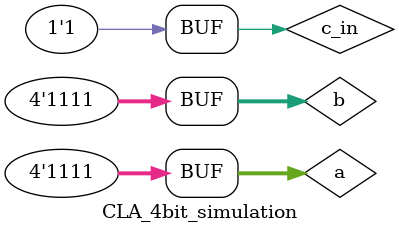
<source format=v>
`timescale 1ns / 1ps


module CLA_4bit_simulation();

reg [3:0] a, b;
reg c_in;

wire [3:0] s;
wire c;

CLA_4bit u1(a, b, c_in, s, c); 

initial begin
    {a,b,c_in} = 9'b000000000; #100;
    {a,b,c_in} = 9'b000000010; #100;
    {a,b,c_in} = 9'b000000100; #100;
    {a,b,c_in} = 9'b000000110; #100;
    {a,b,c_in} = 9'b000001000; #100;
    {a,b,c_in} = 9'b000001010; #100;
    {a,b,c_in} = 9'b111111110; #100;
    {a,b,c_in} = 9'b111111111; #100;
end

endmodule

</source>
